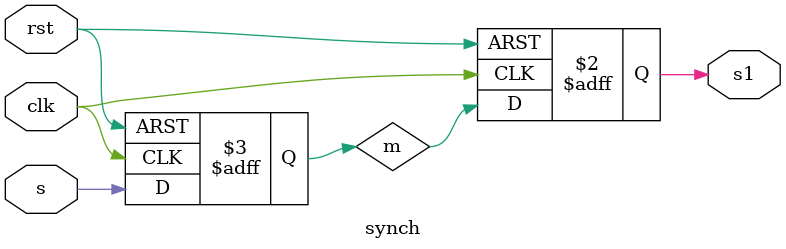
<source format=v>
`timescale 1ns / 1ps


module synch(
input wire clk,
input wire rst,
input wire s,
output reg s1
);
reg m;
always @(posedge clk, posedge rst) begin
if(rst) begin 
    m <= 0;
    s1 <= 0;
end else begin 
    m <= s;
    s1 <= m;
end 
end
endmodule


</source>
